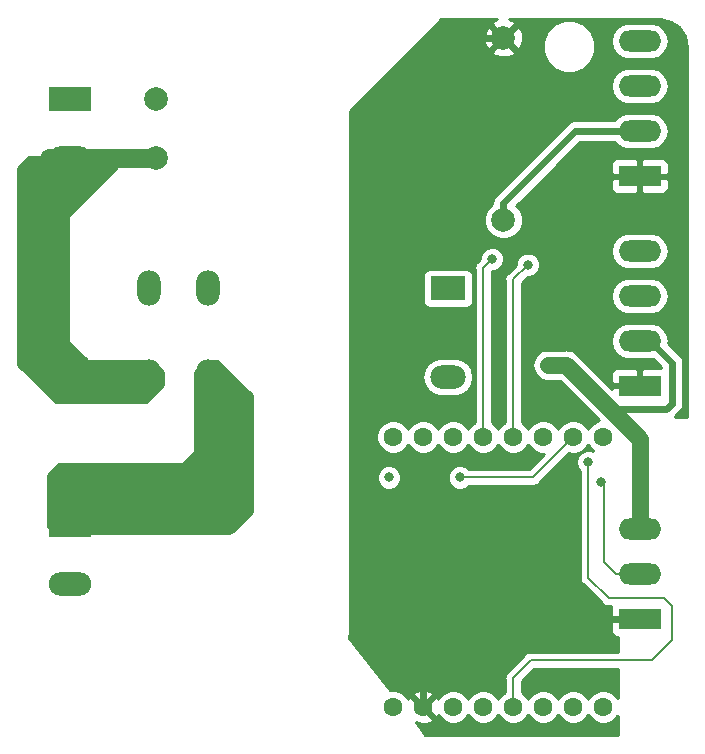
<source format=gbl>
G04 #@! TF.GenerationSoftware,KiCad,Pcbnew,5.0-dev-unknown-9241a39~61~ubuntu17.10.1*
G04 #@! TF.CreationDate,2018-04-12T19:06:24+02:00*
G04 #@! TF.ProjectId,power_monitor,706F7765725F6D6F6E69746F722E6B69,rev?*
G04 #@! TF.SameCoordinates,Original*
G04 #@! TF.FileFunction,Copper,L2,Bot,Signal*
G04 #@! TF.FilePolarity,Positive*
%FSLAX46Y46*%
G04 Gerber Fmt 4.6, Leading zero omitted, Abs format (unit mm)*
G04 Created by KiCad (PCBNEW 5.0-dev-unknown-9241a39~61~ubuntu17.10.1) date Thu Apr 12 19:06:24 2018*
%MOMM*%
%LPD*%
G01*
G04 APERTURE LIST*
%ADD10C,2.000000*%
%ADD11R,3.000000X2.000000*%
%ADD12O,3.000000X2.000000*%
%ADD13O,2.000000X3.000000*%
%ADD14C,1.600000*%
%ADD15R,3.600000X1.800000*%
%ADD16O,3.600000X1.800000*%
%ADD17R,3.600000X2.000000*%
%ADD18O,3.600000X2.000000*%
%ADD19C,0.800000*%
%ADD20C,1.400000*%
%ADD21C,0.600000*%
%ADD22C,0.200000*%
%ADD23C,1.600000*%
%ADD24C,0.254000*%
G04 APERTURE END LIST*
D10*
X56300000Y-43500000D03*
X56300000Y-48500000D03*
X85700000Y-38300000D03*
X85700000Y-53700000D03*
D11*
X81000000Y-59500000D03*
D12*
X81000000Y-67000000D03*
D13*
X60700000Y-59500000D03*
X55660000Y-67000000D03*
X60700000Y-67000000D03*
X55660000Y-59500000D03*
D14*
X94140000Y-94930000D03*
X91600000Y-94930000D03*
X89060000Y-94930000D03*
X86520000Y-94930000D03*
X83980000Y-94930000D03*
X81440000Y-94930000D03*
X78900000Y-94930000D03*
X76360000Y-94930000D03*
X76360000Y-72070000D03*
X78900000Y-72070000D03*
X81440000Y-72070000D03*
X83980000Y-72070000D03*
X86520000Y-72070000D03*
X89060000Y-72070000D03*
X91600000Y-72070000D03*
X94140000Y-72070000D03*
D15*
X97250000Y-67750000D03*
D16*
X97250000Y-63940000D03*
X97250000Y-60130000D03*
X97250000Y-56320000D03*
X97250000Y-38570000D03*
X97250000Y-42380000D03*
X97250000Y-46190000D03*
D15*
X97250000Y-50000000D03*
X97250000Y-87500000D03*
D16*
X97250000Y-83690000D03*
X97250000Y-79880000D03*
D17*
X49000000Y-43500000D03*
D18*
X49000000Y-48500000D03*
X49000000Y-84500000D03*
D17*
X49000000Y-79500000D03*
D19*
X89500000Y-66000000D03*
X91000000Y-74900000D03*
X88800000Y-78100000D03*
X92900000Y-92700000D03*
X87750000Y-93250000D03*
X74750000Y-82500000D03*
X78250000Y-77000000D03*
X94250000Y-55500000D03*
X79000000Y-92500000D03*
X82750000Y-92500000D03*
X82000000Y-75500000D03*
X92900000Y-74200000D03*
X84750000Y-57000000D03*
X87750000Y-57500000D03*
X94000000Y-75900000D03*
X76000000Y-75500000D03*
D20*
X89500000Y-66000000D02*
X91000000Y-66000000D01*
X91000000Y-66000000D02*
X91400000Y-66400000D01*
X91400000Y-66400000D02*
X97250000Y-72250000D01*
X97250000Y-72250000D02*
X97250000Y-79880000D01*
D21*
X94750000Y-69750000D02*
X91400000Y-66400000D01*
X85700000Y-53700000D02*
X85700000Y-52285787D01*
X85700000Y-52285787D02*
X91795787Y-46190000D01*
X91795787Y-46190000D02*
X94850000Y-46190000D01*
X94850000Y-46190000D02*
X97250000Y-46190000D01*
X93000000Y-68000000D02*
X94750000Y-69750000D01*
X100000000Y-69250000D02*
X100000000Y-65790000D01*
X100000000Y-65790000D02*
X98150000Y-63940000D01*
X98150000Y-63940000D02*
X97250000Y-63940000D01*
X99500000Y-69750000D02*
X100000000Y-69250000D01*
X94750000Y-69750000D02*
X99500000Y-69750000D01*
X73750000Y-77000000D02*
X73750000Y-64750000D01*
X73750000Y-82500000D02*
X73750000Y-84750000D01*
X73750000Y-77000000D02*
X73750000Y-82500000D01*
X74750000Y-82500000D02*
X73750000Y-82500000D01*
X73750000Y-84750000D02*
X75500000Y-86500000D01*
D22*
X78250000Y-77000000D02*
X73750000Y-77000000D01*
D21*
X78900000Y-89900000D02*
X75500000Y-86500000D01*
X97250000Y-87500000D02*
X76500000Y-87500000D01*
X76500000Y-87500000D02*
X75500000Y-86500000D01*
X97250000Y-87500000D02*
X91000000Y-87500000D01*
X73750000Y-55750000D02*
X73750000Y-64750000D01*
X73750000Y-50700000D02*
X73750000Y-55750000D01*
X94250000Y-55500000D02*
X74000000Y-55500000D01*
X74000000Y-55500000D02*
X73750000Y-55750000D01*
X73750000Y-46500000D02*
X73750000Y-50700000D01*
X85700000Y-38300000D02*
X81950000Y-38300000D01*
X81950000Y-38300000D02*
X73750000Y-46500000D01*
X78900000Y-94930000D02*
X78900000Y-89900000D01*
D23*
X49750000Y-67000000D02*
X47250000Y-64500000D01*
X47250000Y-64500000D02*
X47250000Y-61190000D01*
X55660000Y-67000000D02*
X49750000Y-67000000D01*
X47250000Y-48500000D02*
X47250000Y-61190000D01*
X49500000Y-48500000D02*
X56300000Y-48500000D01*
X47250000Y-48500000D02*
X49500000Y-48500000D01*
X55660000Y-67000000D02*
X53060000Y-67000000D01*
X62400000Y-79500000D02*
X63300000Y-78600000D01*
X62000000Y-79500000D02*
X62400000Y-79500000D01*
X48000000Y-79500000D02*
X62000000Y-79500000D01*
D22*
X88170000Y-75500000D02*
X82000000Y-75500000D01*
X91600000Y-72070000D02*
X88170000Y-75500000D01*
X100000000Y-89250000D02*
X98250000Y-91000000D01*
X100000000Y-86400000D02*
X100000000Y-89250000D01*
X99300000Y-85700000D02*
X100000000Y-86400000D01*
X94600000Y-85700000D02*
X99300000Y-85700000D01*
X92900000Y-84000000D02*
X94600000Y-85700000D01*
X92900000Y-74200000D02*
X92900000Y-84000000D01*
X88000000Y-91000000D02*
X86520000Y-92480000D01*
X98250000Y-91000000D02*
X88000000Y-91000000D01*
X86520000Y-92480000D02*
X86520000Y-94930000D01*
X83980000Y-61000000D02*
X83980000Y-60770000D01*
X83980000Y-72070000D02*
X83980000Y-61000000D01*
X83980000Y-61000000D02*
X83980000Y-57770000D01*
X83980000Y-57770000D02*
X84750000Y-57000000D01*
X86520000Y-58730000D02*
X87750000Y-57500000D01*
X86520000Y-59730000D02*
X86520000Y-58730000D01*
X86520000Y-72070000D02*
X86520000Y-59730000D01*
X94200000Y-82640000D02*
X94200000Y-76100000D01*
X94200000Y-76100000D02*
X94000000Y-75900000D01*
X97250000Y-83690000D02*
X95250000Y-83690000D01*
X95250000Y-83690000D02*
X94200000Y-82640000D01*
D24*
G36*
X64373000Y-68552606D02*
X64373000Y-78447394D01*
X62887676Y-79932718D01*
X62622058Y-79822696D01*
X62239375Y-79746576D01*
X62239371Y-79746576D01*
X62120847Y-79723000D01*
X47127000Y-79723000D01*
X47127000Y-75302606D01*
X48052606Y-74377000D01*
X58500000Y-74377000D01*
X58548601Y-74367333D01*
X58589803Y-74339803D01*
X59589803Y-73339803D01*
X59617333Y-73298601D01*
X59627000Y-73250000D01*
X59627000Y-66552606D01*
X60552606Y-65627000D01*
X61447394Y-65627000D01*
X64373000Y-68552606D01*
X64373000Y-68552606D01*
G37*
X64373000Y-68552606D02*
X64373000Y-78447394D01*
X62887676Y-79932718D01*
X62622058Y-79822696D01*
X62239375Y-79746576D01*
X62239371Y-79746576D01*
X62120847Y-79723000D01*
X47127000Y-79723000D01*
X47127000Y-75302606D01*
X48052606Y-74377000D01*
X58500000Y-74377000D01*
X58548601Y-74367333D01*
X58589803Y-74339803D01*
X59589803Y-73339803D01*
X59617333Y-73298601D01*
X59627000Y-73250000D01*
X59627000Y-66552606D01*
X60552606Y-65627000D01*
X61447394Y-65627000D01*
X64373000Y-68552606D01*
G36*
X52973000Y-49247394D02*
X48910197Y-53310197D01*
X48882667Y-53351399D01*
X48873000Y-53400000D01*
X48873000Y-64000000D01*
X48882667Y-64048601D01*
X48910197Y-64089803D01*
X50410197Y-65589803D01*
X50451399Y-65617333D01*
X50500000Y-65627000D01*
X55947394Y-65627000D01*
X56873000Y-66552606D01*
X56873000Y-67697394D01*
X55447394Y-69123000D01*
X47802606Y-69123000D01*
X44627000Y-65947394D01*
X44627000Y-49302606D01*
X45552952Y-48376654D01*
X52973000Y-48327838D01*
X52973000Y-49247394D01*
X52973000Y-49247394D01*
G37*
X52973000Y-49247394D02*
X48910197Y-53310197D01*
X48882667Y-53351399D01*
X48873000Y-53400000D01*
X48873000Y-64000000D01*
X48882667Y-64048601D01*
X48910197Y-64089803D01*
X50410197Y-65589803D01*
X50451399Y-65617333D01*
X50500000Y-65627000D01*
X55947394Y-65627000D01*
X56873000Y-66552606D01*
X56873000Y-67697394D01*
X55447394Y-69123000D01*
X47802606Y-69123000D01*
X44627000Y-65947394D01*
X44627000Y-49302606D01*
X45552952Y-48376654D01*
X52973000Y-48327838D01*
X52973000Y-49247394D01*
G36*
X84825736Y-36880613D02*
X84727073Y-37147468D01*
X85700000Y-38120395D01*
X86672927Y-37147468D01*
X86574264Y-36880613D01*
X86160785Y-36727000D01*
X98928397Y-36727000D01*
X99864389Y-36913180D01*
X100597182Y-37402818D01*
X101086820Y-38135611D01*
X101273000Y-39071604D01*
X101273001Y-70373000D01*
X100198618Y-70373000D01*
X100220051Y-70340924D01*
X100590925Y-69970050D01*
X100668330Y-69918330D01*
X100873215Y-69611697D01*
X100927000Y-69341302D01*
X100927000Y-69341301D01*
X100945161Y-69250000D01*
X100927000Y-69158699D01*
X100927000Y-65881300D01*
X100945161Y-65789999D01*
X100923271Y-65679952D01*
X100873215Y-65428303D01*
X100668330Y-65121670D01*
X100590927Y-65069951D01*
X99666111Y-64145136D01*
X99706915Y-63940000D01*
X99588402Y-63344194D01*
X99250905Y-62839095D01*
X98745806Y-62501598D01*
X98300393Y-62413000D01*
X96199607Y-62413000D01*
X95754194Y-62501598D01*
X95249095Y-62839095D01*
X94911598Y-63344194D01*
X94793085Y-63940000D01*
X94911598Y-64535806D01*
X95249095Y-65040905D01*
X95754194Y-65378402D01*
X96199607Y-65467000D01*
X98300393Y-65467000D01*
X98355136Y-65456111D01*
X99073001Y-66173977D01*
X99073001Y-66215000D01*
X97535750Y-66215000D01*
X97377000Y-66373750D01*
X97377000Y-67623000D01*
X97397000Y-67623000D01*
X97397000Y-67877000D01*
X97377000Y-67877000D01*
X97377000Y-67897000D01*
X97123000Y-67897000D01*
X97123000Y-67877000D01*
X94973750Y-67877000D01*
X94863705Y-67987045D01*
X93600351Y-66723691D01*
X94815000Y-66723691D01*
X94815000Y-67464250D01*
X94973750Y-67623000D01*
X97123000Y-67623000D01*
X97123000Y-66373750D01*
X96964250Y-66215000D01*
X95323690Y-66215000D01*
X95090301Y-66311673D01*
X94911673Y-66490302D01*
X94815000Y-66723691D01*
X93600351Y-66723691D01*
X92030748Y-65154088D01*
X91956713Y-65043287D01*
X91517770Y-64749994D01*
X91130696Y-64673000D01*
X91130692Y-64673000D01*
X91000000Y-64647004D01*
X90869308Y-64673000D01*
X89369304Y-64673000D01*
X88982230Y-64749994D01*
X88543287Y-65043287D01*
X88249994Y-65482230D01*
X88147003Y-66000000D01*
X88249994Y-66517770D01*
X88543287Y-66956713D01*
X88982230Y-67250006D01*
X89369304Y-67327000D01*
X90450340Y-67327000D01*
X93792645Y-70669305D01*
X93331669Y-70860247D01*
X92930247Y-71261669D01*
X92870000Y-71407119D01*
X92809753Y-71261669D01*
X92408331Y-70860247D01*
X91883848Y-70643000D01*
X91316152Y-70643000D01*
X90791669Y-70860247D01*
X90390247Y-71261669D01*
X90330000Y-71407119D01*
X90269753Y-71261669D01*
X89868331Y-70860247D01*
X89343848Y-70643000D01*
X88776152Y-70643000D01*
X88251669Y-70860247D01*
X87850247Y-71261669D01*
X87790000Y-71407119D01*
X87729753Y-71261669D01*
X87328331Y-70860247D01*
X87247000Y-70826559D01*
X87247000Y-60130000D01*
X94793085Y-60130000D01*
X94911598Y-60725806D01*
X95249095Y-61230905D01*
X95754194Y-61568402D01*
X96199607Y-61657000D01*
X98300393Y-61657000D01*
X98745806Y-61568402D01*
X99250905Y-61230905D01*
X99588402Y-60725806D01*
X99706915Y-60130000D01*
X99588402Y-59534194D01*
X99250905Y-59029095D01*
X98745806Y-58691598D01*
X98300393Y-58603000D01*
X96199607Y-58603000D01*
X95754194Y-58691598D01*
X95249095Y-59029095D01*
X94911598Y-59534194D01*
X94793085Y-60130000D01*
X87247000Y-60130000D01*
X87247000Y-59031132D01*
X87751133Y-58527000D01*
X87954283Y-58527000D01*
X88331749Y-58370648D01*
X88620648Y-58081749D01*
X88777000Y-57704283D01*
X88777000Y-57295717D01*
X88620648Y-56918251D01*
X88331749Y-56629352D01*
X87954283Y-56473000D01*
X87545717Y-56473000D01*
X87168251Y-56629352D01*
X86879352Y-56918251D01*
X86723000Y-57295717D01*
X86723000Y-57498867D01*
X86056562Y-58165306D01*
X85995864Y-58205863D01*
X85955307Y-58266561D01*
X85955306Y-58266562D01*
X85835182Y-58446340D01*
X85778759Y-58730000D01*
X85793001Y-58801599D01*
X85793000Y-59801598D01*
X85793001Y-59801603D01*
X85793000Y-70826559D01*
X85711669Y-70860247D01*
X85310247Y-71261669D01*
X85250000Y-71407119D01*
X85189753Y-71261669D01*
X84788331Y-70860247D01*
X84707000Y-70826559D01*
X84707000Y-58071132D01*
X84751132Y-58027000D01*
X84954283Y-58027000D01*
X85331749Y-57870648D01*
X85620648Y-57581749D01*
X85777000Y-57204283D01*
X85777000Y-56795717D01*
X85620648Y-56418251D01*
X85522397Y-56320000D01*
X94793085Y-56320000D01*
X94911598Y-56915806D01*
X95249095Y-57420905D01*
X95754194Y-57758402D01*
X96199607Y-57847000D01*
X98300393Y-57847000D01*
X98745806Y-57758402D01*
X99250905Y-57420905D01*
X99588402Y-56915806D01*
X99706915Y-56320000D01*
X99588402Y-55724194D01*
X99250905Y-55219095D01*
X98745806Y-54881598D01*
X98300393Y-54793000D01*
X96199607Y-54793000D01*
X95754194Y-54881598D01*
X95249095Y-55219095D01*
X94911598Y-55724194D01*
X94793085Y-56320000D01*
X85522397Y-56320000D01*
X85331749Y-56129352D01*
X84954283Y-55973000D01*
X84545717Y-55973000D01*
X84168251Y-56129352D01*
X83879352Y-56418251D01*
X83723000Y-56795717D01*
X83723000Y-56998868D01*
X83516562Y-57205306D01*
X83455864Y-57245863D01*
X83415307Y-57306561D01*
X83415306Y-57306562D01*
X83295182Y-57486340D01*
X83238759Y-57770000D01*
X83253001Y-57841600D01*
X83253000Y-60698400D01*
X83253000Y-61071598D01*
X83253001Y-61071603D01*
X83253000Y-70826559D01*
X83171669Y-70860247D01*
X82770247Y-71261669D01*
X82710000Y-71407119D01*
X82649753Y-71261669D01*
X82248331Y-70860247D01*
X81723848Y-70643000D01*
X81156152Y-70643000D01*
X80631669Y-70860247D01*
X80230247Y-71261669D01*
X80170000Y-71407119D01*
X80109753Y-71261669D01*
X79708331Y-70860247D01*
X79183848Y-70643000D01*
X78616152Y-70643000D01*
X78091669Y-70860247D01*
X77690247Y-71261669D01*
X77630000Y-71407119D01*
X77569753Y-71261669D01*
X77168331Y-70860247D01*
X76643848Y-70643000D01*
X76076152Y-70643000D01*
X75551669Y-70860247D01*
X75150247Y-71261669D01*
X74933000Y-71786152D01*
X74933000Y-72353848D01*
X75150247Y-72878331D01*
X75551669Y-73279753D01*
X76076152Y-73497000D01*
X76643848Y-73497000D01*
X77168331Y-73279753D01*
X77569753Y-72878331D01*
X77630000Y-72732881D01*
X77690247Y-72878331D01*
X78091669Y-73279753D01*
X78616152Y-73497000D01*
X79183848Y-73497000D01*
X79708331Y-73279753D01*
X80109753Y-72878331D01*
X80170000Y-72732881D01*
X80230247Y-72878331D01*
X80631669Y-73279753D01*
X81156152Y-73497000D01*
X81723848Y-73497000D01*
X82248331Y-73279753D01*
X82649753Y-72878331D01*
X82710000Y-72732881D01*
X82770247Y-72878331D01*
X83171669Y-73279753D01*
X83696152Y-73497000D01*
X84263848Y-73497000D01*
X84788331Y-73279753D01*
X85189753Y-72878331D01*
X85250000Y-72732881D01*
X85310247Y-72878331D01*
X85711669Y-73279753D01*
X86236152Y-73497000D01*
X86803848Y-73497000D01*
X87328331Y-73279753D01*
X87729753Y-72878331D01*
X87790000Y-72732881D01*
X87850247Y-72878331D01*
X88251669Y-73279753D01*
X88776152Y-73497000D01*
X89144867Y-73497000D01*
X87868868Y-74773000D01*
X82725397Y-74773000D01*
X82581749Y-74629352D01*
X82204283Y-74473000D01*
X81795717Y-74473000D01*
X81418251Y-74629352D01*
X81129352Y-74918251D01*
X80973000Y-75295717D01*
X80973000Y-75704283D01*
X81129352Y-76081749D01*
X81418251Y-76370648D01*
X81795717Y-76527000D01*
X82204283Y-76527000D01*
X82581749Y-76370648D01*
X82725397Y-76227000D01*
X88098405Y-76227000D01*
X88170000Y-76241241D01*
X88241595Y-76227000D01*
X88241599Y-76227000D01*
X88453661Y-76184818D01*
X88694137Y-76024137D01*
X88734696Y-75963436D01*
X91234822Y-73463312D01*
X91316152Y-73497000D01*
X91883848Y-73497000D01*
X92408331Y-73279753D01*
X92809753Y-72878331D01*
X92870000Y-72732881D01*
X92930247Y-72878331D01*
X93310217Y-73258301D01*
X93104283Y-73173000D01*
X92695717Y-73173000D01*
X92318251Y-73329352D01*
X92029352Y-73618251D01*
X91873000Y-73995717D01*
X91873000Y-74404283D01*
X92029352Y-74781749D01*
X92173000Y-74925397D01*
X92173001Y-83928400D01*
X92158759Y-84000000D01*
X92215182Y-84283660D01*
X92276092Y-84374818D01*
X92375864Y-84524137D01*
X92436562Y-84564694D01*
X94035306Y-86163438D01*
X94075863Y-86224137D01*
X94316339Y-86384818D01*
X94528401Y-86427000D01*
X94528404Y-86427000D01*
X94599999Y-86441241D01*
X94671594Y-86427000D01*
X94834340Y-86427000D01*
X94815000Y-86473691D01*
X94815000Y-87214250D01*
X94973750Y-87373000D01*
X95373000Y-87373000D01*
X95373000Y-87627000D01*
X94973750Y-87627000D01*
X94815000Y-87785750D01*
X94815000Y-88526309D01*
X94911673Y-88759698D01*
X95090301Y-88938327D01*
X95323690Y-89035000D01*
X95373000Y-89035000D01*
X95373000Y-90273000D01*
X88071594Y-90273000D01*
X87999999Y-90258759D01*
X87928404Y-90273000D01*
X87928401Y-90273000D01*
X87716339Y-90315182D01*
X87475863Y-90475863D01*
X87435305Y-90536562D01*
X86056562Y-91915306D01*
X85995863Y-91955864D01*
X85835182Y-92196340D01*
X85793000Y-92408402D01*
X85793000Y-92408405D01*
X85778759Y-92480000D01*
X85793000Y-92551595D01*
X85793000Y-93686559D01*
X85711669Y-93720247D01*
X85310247Y-94121669D01*
X85250000Y-94267119D01*
X85189753Y-94121669D01*
X84788331Y-93720247D01*
X84263848Y-93503000D01*
X83696152Y-93503000D01*
X83171669Y-93720247D01*
X82770247Y-94121669D01*
X82710000Y-94267119D01*
X82649753Y-94121669D01*
X82248331Y-93720247D01*
X81723848Y-93503000D01*
X81156152Y-93503000D01*
X80631669Y-93720247D01*
X80230247Y-94121669D01*
X80180804Y-94241035D01*
X80153864Y-94175995D01*
X79907745Y-94101861D01*
X79079605Y-94930000D01*
X79907745Y-95758139D01*
X80153864Y-95684005D01*
X80178897Y-95614361D01*
X80230247Y-95738331D01*
X80631669Y-96139753D01*
X81156152Y-96357000D01*
X81723848Y-96357000D01*
X82248331Y-96139753D01*
X82649753Y-95738331D01*
X82710000Y-95592881D01*
X82770247Y-95738331D01*
X83171669Y-96139753D01*
X83696152Y-96357000D01*
X84263848Y-96357000D01*
X84788331Y-96139753D01*
X85189753Y-95738331D01*
X85250000Y-95592881D01*
X85310247Y-95738331D01*
X85711669Y-96139753D01*
X86236152Y-96357000D01*
X86803848Y-96357000D01*
X87328331Y-96139753D01*
X87729753Y-95738331D01*
X87790000Y-95592881D01*
X87850247Y-95738331D01*
X88251669Y-96139753D01*
X88776152Y-96357000D01*
X89343848Y-96357000D01*
X89868331Y-96139753D01*
X90269753Y-95738331D01*
X90330000Y-95592881D01*
X90390247Y-95738331D01*
X90791669Y-96139753D01*
X91316152Y-96357000D01*
X91883848Y-96357000D01*
X92408331Y-96139753D01*
X92809753Y-95738331D01*
X92870000Y-95592881D01*
X92930247Y-95738331D01*
X93331669Y-96139753D01*
X93856152Y-96357000D01*
X94423848Y-96357000D01*
X94948331Y-96139753D01*
X95349753Y-95738331D01*
X95373000Y-95682208D01*
X95373000Y-97273000D01*
X79087860Y-97273000D01*
X78260512Y-96225026D01*
X78683223Y-96376965D01*
X79253454Y-96349778D01*
X79654005Y-96183864D01*
X79728139Y-95937745D01*
X78900000Y-95109605D01*
X78885858Y-95123748D01*
X78706252Y-94944142D01*
X78720395Y-94930000D01*
X77892255Y-94101861D01*
X77646136Y-94175995D01*
X77621103Y-94245639D01*
X77569753Y-94121669D01*
X77370339Y-93922255D01*
X78071861Y-93922255D01*
X78900000Y-94750395D01*
X79728139Y-93922255D01*
X79654005Y-93676136D01*
X79116777Y-93483035D01*
X78546546Y-93510222D01*
X78145995Y-93676136D01*
X78071861Y-93922255D01*
X77370339Y-93922255D01*
X77168331Y-93720247D01*
X76643848Y-93503000D01*
X76111544Y-93503000D01*
X72615915Y-89075202D01*
X72636911Y-89024513D01*
X72713031Y-88641830D01*
X72713031Y-88641825D01*
X72727000Y-88571599D01*
X72727000Y-75295717D01*
X74973000Y-75295717D01*
X74973000Y-75704283D01*
X75129352Y-76081749D01*
X75418251Y-76370648D01*
X75795717Y-76527000D01*
X76204283Y-76527000D01*
X76581749Y-76370648D01*
X76870648Y-76081749D01*
X77027000Y-75704283D01*
X77027000Y-75295717D01*
X76870648Y-74918251D01*
X76581749Y-74629352D01*
X76204283Y-74473000D01*
X75795717Y-74473000D01*
X75418251Y-74629352D01*
X75129352Y-74918251D01*
X74973000Y-75295717D01*
X72727000Y-75295717D01*
X72727000Y-67000000D01*
X78841126Y-67000000D01*
X78967400Y-67634824D01*
X79326999Y-68173001D01*
X79865176Y-68532600D01*
X80339758Y-68627000D01*
X81660242Y-68627000D01*
X82134824Y-68532600D01*
X82673001Y-68173001D01*
X83032600Y-67634824D01*
X83158874Y-67000000D01*
X83032600Y-66365176D01*
X82673001Y-65826999D01*
X82134824Y-65467400D01*
X81660242Y-65373000D01*
X80339758Y-65373000D01*
X79865176Y-65467400D01*
X79326999Y-65826999D01*
X78967400Y-66365176D01*
X78841126Y-67000000D01*
X72727000Y-67000000D01*
X72727000Y-58500000D01*
X78860717Y-58500000D01*
X78860717Y-60500000D01*
X78909380Y-60744643D01*
X79047959Y-60952041D01*
X79255357Y-61090620D01*
X79500000Y-61139283D01*
X82500000Y-61139283D01*
X82744643Y-61090620D01*
X82952041Y-60952041D01*
X83090620Y-60744643D01*
X83139283Y-60500000D01*
X83139283Y-58500000D01*
X83090620Y-58255357D01*
X82952041Y-58047959D01*
X82744643Y-57909380D01*
X82500000Y-57860717D01*
X79500000Y-57860717D01*
X79255357Y-57909380D01*
X79047959Y-58047959D01*
X78909380Y-58255357D01*
X78860717Y-58500000D01*
X72727000Y-58500000D01*
X72727000Y-53376370D01*
X84073000Y-53376370D01*
X84073000Y-54023630D01*
X84320696Y-54621622D01*
X84778378Y-55079304D01*
X85376370Y-55327000D01*
X86023630Y-55327000D01*
X86621622Y-55079304D01*
X87079304Y-54621622D01*
X87327000Y-54023630D01*
X87327000Y-53376370D01*
X87079304Y-52778378D01*
X86798844Y-52497918D01*
X89011012Y-50285750D01*
X94815000Y-50285750D01*
X94815000Y-51026309D01*
X94911673Y-51259698D01*
X95090301Y-51438327D01*
X95323690Y-51535000D01*
X96964250Y-51535000D01*
X97123000Y-51376250D01*
X97123000Y-50127000D01*
X97377000Y-50127000D01*
X97377000Y-51376250D01*
X97535750Y-51535000D01*
X99176310Y-51535000D01*
X99409699Y-51438327D01*
X99588327Y-51259698D01*
X99685000Y-51026309D01*
X99685000Y-50285750D01*
X99526250Y-50127000D01*
X97377000Y-50127000D01*
X97123000Y-50127000D01*
X94973750Y-50127000D01*
X94815000Y-50285750D01*
X89011012Y-50285750D01*
X90323071Y-48973691D01*
X94815000Y-48973691D01*
X94815000Y-49714250D01*
X94973750Y-49873000D01*
X97123000Y-49873000D01*
X97123000Y-48623750D01*
X97377000Y-48623750D01*
X97377000Y-49873000D01*
X99526250Y-49873000D01*
X99685000Y-49714250D01*
X99685000Y-48973691D01*
X99588327Y-48740302D01*
X99409699Y-48561673D01*
X99176310Y-48465000D01*
X97535750Y-48465000D01*
X97377000Y-48623750D01*
X97123000Y-48623750D01*
X96964250Y-48465000D01*
X95323690Y-48465000D01*
X95090301Y-48561673D01*
X94911673Y-48740302D01*
X94815000Y-48973691D01*
X90323071Y-48973691D01*
X92179763Y-47117000D01*
X95132895Y-47117000D01*
X95249095Y-47290905D01*
X95754194Y-47628402D01*
X96199607Y-47717000D01*
X98300393Y-47717000D01*
X98745806Y-47628402D01*
X99250905Y-47290905D01*
X99588402Y-46785806D01*
X99706915Y-46190000D01*
X99588402Y-45594194D01*
X99250905Y-45089095D01*
X98745806Y-44751598D01*
X98300393Y-44663000D01*
X96199607Y-44663000D01*
X95754194Y-44751598D01*
X95249095Y-45089095D01*
X95132895Y-45263000D01*
X91887088Y-45263000D01*
X91795787Y-45244839D01*
X91704486Y-45263000D01*
X91704485Y-45263000D01*
X91434090Y-45316785D01*
X91127457Y-45521670D01*
X91075738Y-45599073D01*
X85109074Y-51565738D01*
X85031671Y-51617457D01*
X84979952Y-51694860D01*
X84826786Y-51924090D01*
X84754839Y-52285787D01*
X84764536Y-52334538D01*
X84320696Y-52778378D01*
X84073000Y-53376370D01*
X72727000Y-53376370D01*
X72727000Y-44452606D01*
X74799606Y-42380000D01*
X94793085Y-42380000D01*
X94911598Y-42975806D01*
X95249095Y-43480905D01*
X95754194Y-43818402D01*
X96199607Y-43907000D01*
X98300393Y-43907000D01*
X98745806Y-43818402D01*
X99250905Y-43480905D01*
X99588402Y-42975806D01*
X99706915Y-42380000D01*
X99588402Y-41784194D01*
X99250905Y-41279095D01*
X98745806Y-40941598D01*
X98300393Y-40853000D01*
X96199607Y-40853000D01*
X95754194Y-40941598D01*
X95249095Y-41279095D01*
X94911598Y-41784194D01*
X94793085Y-42380000D01*
X74799606Y-42380000D01*
X77727074Y-39452532D01*
X84727073Y-39452532D01*
X84825736Y-39719387D01*
X85435461Y-39945908D01*
X86085460Y-39921856D01*
X86574264Y-39719387D01*
X86672927Y-39452532D01*
X85700000Y-38479605D01*
X84727073Y-39452532D01*
X77727074Y-39452532D01*
X79144145Y-38035461D01*
X84054092Y-38035461D01*
X84078144Y-38685460D01*
X84280613Y-39174264D01*
X84547468Y-39272927D01*
X85520395Y-38300000D01*
X85879605Y-38300000D01*
X86852532Y-39272927D01*
X87119387Y-39174264D01*
X87345908Y-38564539D01*
X87345630Y-38557022D01*
X89023000Y-38557022D01*
X89023000Y-39442978D01*
X89362040Y-40261494D01*
X89988506Y-40887960D01*
X90807022Y-41227000D01*
X91692978Y-41227000D01*
X92511494Y-40887960D01*
X93137960Y-40261494D01*
X93477000Y-39442978D01*
X93477000Y-38570000D01*
X94793085Y-38570000D01*
X94911598Y-39165806D01*
X95249095Y-39670905D01*
X95754194Y-40008402D01*
X96199607Y-40097000D01*
X98300393Y-40097000D01*
X98745806Y-40008402D01*
X99250905Y-39670905D01*
X99588402Y-39165806D01*
X99706915Y-38570000D01*
X99588402Y-37974194D01*
X99250905Y-37469095D01*
X98745806Y-37131598D01*
X98300393Y-37043000D01*
X96199607Y-37043000D01*
X95754194Y-37131598D01*
X95249095Y-37469095D01*
X94911598Y-37974194D01*
X94793085Y-38570000D01*
X93477000Y-38570000D01*
X93477000Y-38557022D01*
X93137960Y-37738506D01*
X92511494Y-37112040D01*
X91692978Y-36773000D01*
X90807022Y-36773000D01*
X89988506Y-37112040D01*
X89362040Y-37738506D01*
X89023000Y-38557022D01*
X87345630Y-38557022D01*
X87321856Y-37914540D01*
X87119387Y-37425736D01*
X86852532Y-37327073D01*
X85879605Y-38300000D01*
X85520395Y-38300000D01*
X84547468Y-37327073D01*
X84280613Y-37425736D01*
X84054092Y-38035461D01*
X79144145Y-38035461D01*
X80452606Y-36727000D01*
X85196591Y-36727000D01*
X84825736Y-36880613D01*
X84825736Y-36880613D01*
G37*
X84825736Y-36880613D02*
X84727073Y-37147468D01*
X85700000Y-38120395D01*
X86672927Y-37147468D01*
X86574264Y-36880613D01*
X86160785Y-36727000D01*
X98928397Y-36727000D01*
X99864389Y-36913180D01*
X100597182Y-37402818D01*
X101086820Y-38135611D01*
X101273000Y-39071604D01*
X101273001Y-70373000D01*
X100198618Y-70373000D01*
X100220051Y-70340924D01*
X100590925Y-69970050D01*
X100668330Y-69918330D01*
X100873215Y-69611697D01*
X100927000Y-69341302D01*
X100927000Y-69341301D01*
X100945161Y-69250000D01*
X100927000Y-69158699D01*
X100927000Y-65881300D01*
X100945161Y-65789999D01*
X100923271Y-65679952D01*
X100873215Y-65428303D01*
X100668330Y-65121670D01*
X100590927Y-65069951D01*
X99666111Y-64145136D01*
X99706915Y-63940000D01*
X99588402Y-63344194D01*
X99250905Y-62839095D01*
X98745806Y-62501598D01*
X98300393Y-62413000D01*
X96199607Y-62413000D01*
X95754194Y-62501598D01*
X95249095Y-62839095D01*
X94911598Y-63344194D01*
X94793085Y-63940000D01*
X94911598Y-64535806D01*
X95249095Y-65040905D01*
X95754194Y-65378402D01*
X96199607Y-65467000D01*
X98300393Y-65467000D01*
X98355136Y-65456111D01*
X99073001Y-66173977D01*
X99073001Y-66215000D01*
X97535750Y-66215000D01*
X97377000Y-66373750D01*
X97377000Y-67623000D01*
X97397000Y-67623000D01*
X97397000Y-67877000D01*
X97377000Y-67877000D01*
X97377000Y-67897000D01*
X97123000Y-67897000D01*
X97123000Y-67877000D01*
X94973750Y-67877000D01*
X94863705Y-67987045D01*
X93600351Y-66723691D01*
X94815000Y-66723691D01*
X94815000Y-67464250D01*
X94973750Y-67623000D01*
X97123000Y-67623000D01*
X97123000Y-66373750D01*
X96964250Y-66215000D01*
X95323690Y-66215000D01*
X95090301Y-66311673D01*
X94911673Y-66490302D01*
X94815000Y-66723691D01*
X93600351Y-66723691D01*
X92030748Y-65154088D01*
X91956713Y-65043287D01*
X91517770Y-64749994D01*
X91130696Y-64673000D01*
X91130692Y-64673000D01*
X91000000Y-64647004D01*
X90869308Y-64673000D01*
X89369304Y-64673000D01*
X88982230Y-64749994D01*
X88543287Y-65043287D01*
X88249994Y-65482230D01*
X88147003Y-66000000D01*
X88249994Y-66517770D01*
X88543287Y-66956713D01*
X88982230Y-67250006D01*
X89369304Y-67327000D01*
X90450340Y-67327000D01*
X93792645Y-70669305D01*
X93331669Y-70860247D01*
X92930247Y-71261669D01*
X92870000Y-71407119D01*
X92809753Y-71261669D01*
X92408331Y-70860247D01*
X91883848Y-70643000D01*
X91316152Y-70643000D01*
X90791669Y-70860247D01*
X90390247Y-71261669D01*
X90330000Y-71407119D01*
X90269753Y-71261669D01*
X89868331Y-70860247D01*
X89343848Y-70643000D01*
X88776152Y-70643000D01*
X88251669Y-70860247D01*
X87850247Y-71261669D01*
X87790000Y-71407119D01*
X87729753Y-71261669D01*
X87328331Y-70860247D01*
X87247000Y-70826559D01*
X87247000Y-60130000D01*
X94793085Y-60130000D01*
X94911598Y-60725806D01*
X95249095Y-61230905D01*
X95754194Y-61568402D01*
X96199607Y-61657000D01*
X98300393Y-61657000D01*
X98745806Y-61568402D01*
X99250905Y-61230905D01*
X99588402Y-60725806D01*
X99706915Y-60130000D01*
X99588402Y-59534194D01*
X99250905Y-59029095D01*
X98745806Y-58691598D01*
X98300393Y-58603000D01*
X96199607Y-58603000D01*
X95754194Y-58691598D01*
X95249095Y-59029095D01*
X94911598Y-59534194D01*
X94793085Y-60130000D01*
X87247000Y-60130000D01*
X87247000Y-59031132D01*
X87751133Y-58527000D01*
X87954283Y-58527000D01*
X88331749Y-58370648D01*
X88620648Y-58081749D01*
X88777000Y-57704283D01*
X88777000Y-57295717D01*
X88620648Y-56918251D01*
X88331749Y-56629352D01*
X87954283Y-56473000D01*
X87545717Y-56473000D01*
X87168251Y-56629352D01*
X86879352Y-56918251D01*
X86723000Y-57295717D01*
X86723000Y-57498867D01*
X86056562Y-58165306D01*
X85995864Y-58205863D01*
X85955307Y-58266561D01*
X85955306Y-58266562D01*
X85835182Y-58446340D01*
X85778759Y-58730000D01*
X85793001Y-58801599D01*
X85793000Y-59801598D01*
X85793001Y-59801603D01*
X85793000Y-70826559D01*
X85711669Y-70860247D01*
X85310247Y-71261669D01*
X85250000Y-71407119D01*
X85189753Y-71261669D01*
X84788331Y-70860247D01*
X84707000Y-70826559D01*
X84707000Y-58071132D01*
X84751132Y-58027000D01*
X84954283Y-58027000D01*
X85331749Y-57870648D01*
X85620648Y-57581749D01*
X85777000Y-57204283D01*
X85777000Y-56795717D01*
X85620648Y-56418251D01*
X85522397Y-56320000D01*
X94793085Y-56320000D01*
X94911598Y-56915806D01*
X95249095Y-57420905D01*
X95754194Y-57758402D01*
X96199607Y-57847000D01*
X98300393Y-57847000D01*
X98745806Y-57758402D01*
X99250905Y-57420905D01*
X99588402Y-56915806D01*
X99706915Y-56320000D01*
X99588402Y-55724194D01*
X99250905Y-55219095D01*
X98745806Y-54881598D01*
X98300393Y-54793000D01*
X96199607Y-54793000D01*
X95754194Y-54881598D01*
X95249095Y-55219095D01*
X94911598Y-55724194D01*
X94793085Y-56320000D01*
X85522397Y-56320000D01*
X85331749Y-56129352D01*
X84954283Y-55973000D01*
X84545717Y-55973000D01*
X84168251Y-56129352D01*
X83879352Y-56418251D01*
X83723000Y-56795717D01*
X83723000Y-56998868D01*
X83516562Y-57205306D01*
X83455864Y-57245863D01*
X83415307Y-57306561D01*
X83415306Y-57306562D01*
X83295182Y-57486340D01*
X83238759Y-57770000D01*
X83253001Y-57841600D01*
X83253000Y-60698400D01*
X83253000Y-61071598D01*
X83253001Y-61071603D01*
X83253000Y-70826559D01*
X83171669Y-70860247D01*
X82770247Y-71261669D01*
X82710000Y-71407119D01*
X82649753Y-71261669D01*
X82248331Y-70860247D01*
X81723848Y-70643000D01*
X81156152Y-70643000D01*
X80631669Y-70860247D01*
X80230247Y-71261669D01*
X80170000Y-71407119D01*
X80109753Y-71261669D01*
X79708331Y-70860247D01*
X79183848Y-70643000D01*
X78616152Y-70643000D01*
X78091669Y-70860247D01*
X77690247Y-71261669D01*
X77630000Y-71407119D01*
X77569753Y-71261669D01*
X77168331Y-70860247D01*
X76643848Y-70643000D01*
X76076152Y-70643000D01*
X75551669Y-70860247D01*
X75150247Y-71261669D01*
X74933000Y-71786152D01*
X74933000Y-72353848D01*
X75150247Y-72878331D01*
X75551669Y-73279753D01*
X76076152Y-73497000D01*
X76643848Y-73497000D01*
X77168331Y-73279753D01*
X77569753Y-72878331D01*
X77630000Y-72732881D01*
X77690247Y-72878331D01*
X78091669Y-73279753D01*
X78616152Y-73497000D01*
X79183848Y-73497000D01*
X79708331Y-73279753D01*
X80109753Y-72878331D01*
X80170000Y-72732881D01*
X80230247Y-72878331D01*
X80631669Y-73279753D01*
X81156152Y-73497000D01*
X81723848Y-73497000D01*
X82248331Y-73279753D01*
X82649753Y-72878331D01*
X82710000Y-72732881D01*
X82770247Y-72878331D01*
X83171669Y-73279753D01*
X83696152Y-73497000D01*
X84263848Y-73497000D01*
X84788331Y-73279753D01*
X85189753Y-72878331D01*
X85250000Y-72732881D01*
X85310247Y-72878331D01*
X85711669Y-73279753D01*
X86236152Y-73497000D01*
X86803848Y-73497000D01*
X87328331Y-73279753D01*
X87729753Y-72878331D01*
X87790000Y-72732881D01*
X87850247Y-72878331D01*
X88251669Y-73279753D01*
X88776152Y-73497000D01*
X89144867Y-73497000D01*
X87868868Y-74773000D01*
X82725397Y-74773000D01*
X82581749Y-74629352D01*
X82204283Y-74473000D01*
X81795717Y-74473000D01*
X81418251Y-74629352D01*
X81129352Y-74918251D01*
X80973000Y-75295717D01*
X80973000Y-75704283D01*
X81129352Y-76081749D01*
X81418251Y-76370648D01*
X81795717Y-76527000D01*
X82204283Y-76527000D01*
X82581749Y-76370648D01*
X82725397Y-76227000D01*
X88098405Y-76227000D01*
X88170000Y-76241241D01*
X88241595Y-76227000D01*
X88241599Y-76227000D01*
X88453661Y-76184818D01*
X88694137Y-76024137D01*
X88734696Y-75963436D01*
X91234822Y-73463312D01*
X91316152Y-73497000D01*
X91883848Y-73497000D01*
X92408331Y-73279753D01*
X92809753Y-72878331D01*
X92870000Y-72732881D01*
X92930247Y-72878331D01*
X93310217Y-73258301D01*
X93104283Y-73173000D01*
X92695717Y-73173000D01*
X92318251Y-73329352D01*
X92029352Y-73618251D01*
X91873000Y-73995717D01*
X91873000Y-74404283D01*
X92029352Y-74781749D01*
X92173000Y-74925397D01*
X92173001Y-83928400D01*
X92158759Y-84000000D01*
X92215182Y-84283660D01*
X92276092Y-84374818D01*
X92375864Y-84524137D01*
X92436562Y-84564694D01*
X94035306Y-86163438D01*
X94075863Y-86224137D01*
X94316339Y-86384818D01*
X94528401Y-86427000D01*
X94528404Y-86427000D01*
X94599999Y-86441241D01*
X94671594Y-86427000D01*
X94834340Y-86427000D01*
X94815000Y-86473691D01*
X94815000Y-87214250D01*
X94973750Y-87373000D01*
X95373000Y-87373000D01*
X95373000Y-87627000D01*
X94973750Y-87627000D01*
X94815000Y-87785750D01*
X94815000Y-88526309D01*
X94911673Y-88759698D01*
X95090301Y-88938327D01*
X95323690Y-89035000D01*
X95373000Y-89035000D01*
X95373000Y-90273000D01*
X88071594Y-90273000D01*
X87999999Y-90258759D01*
X87928404Y-90273000D01*
X87928401Y-90273000D01*
X87716339Y-90315182D01*
X87475863Y-90475863D01*
X87435305Y-90536562D01*
X86056562Y-91915306D01*
X85995863Y-91955864D01*
X85835182Y-92196340D01*
X85793000Y-92408402D01*
X85793000Y-92408405D01*
X85778759Y-92480000D01*
X85793000Y-92551595D01*
X85793000Y-93686559D01*
X85711669Y-93720247D01*
X85310247Y-94121669D01*
X85250000Y-94267119D01*
X85189753Y-94121669D01*
X84788331Y-93720247D01*
X84263848Y-93503000D01*
X83696152Y-93503000D01*
X83171669Y-93720247D01*
X82770247Y-94121669D01*
X82710000Y-94267119D01*
X82649753Y-94121669D01*
X82248331Y-93720247D01*
X81723848Y-93503000D01*
X81156152Y-93503000D01*
X80631669Y-93720247D01*
X80230247Y-94121669D01*
X80180804Y-94241035D01*
X80153864Y-94175995D01*
X79907745Y-94101861D01*
X79079605Y-94930000D01*
X79907745Y-95758139D01*
X80153864Y-95684005D01*
X80178897Y-95614361D01*
X80230247Y-95738331D01*
X80631669Y-96139753D01*
X81156152Y-96357000D01*
X81723848Y-96357000D01*
X82248331Y-96139753D01*
X82649753Y-95738331D01*
X82710000Y-95592881D01*
X82770247Y-95738331D01*
X83171669Y-96139753D01*
X83696152Y-96357000D01*
X84263848Y-96357000D01*
X84788331Y-96139753D01*
X85189753Y-95738331D01*
X85250000Y-95592881D01*
X85310247Y-95738331D01*
X85711669Y-96139753D01*
X86236152Y-96357000D01*
X86803848Y-96357000D01*
X87328331Y-96139753D01*
X87729753Y-95738331D01*
X87790000Y-95592881D01*
X87850247Y-95738331D01*
X88251669Y-96139753D01*
X88776152Y-96357000D01*
X89343848Y-96357000D01*
X89868331Y-96139753D01*
X90269753Y-95738331D01*
X90330000Y-95592881D01*
X90390247Y-95738331D01*
X90791669Y-96139753D01*
X91316152Y-96357000D01*
X91883848Y-96357000D01*
X92408331Y-96139753D01*
X92809753Y-95738331D01*
X92870000Y-95592881D01*
X92930247Y-95738331D01*
X93331669Y-96139753D01*
X93856152Y-96357000D01*
X94423848Y-96357000D01*
X94948331Y-96139753D01*
X95349753Y-95738331D01*
X95373000Y-95682208D01*
X95373000Y-97273000D01*
X79087860Y-97273000D01*
X78260512Y-96225026D01*
X78683223Y-96376965D01*
X79253454Y-96349778D01*
X79654005Y-96183864D01*
X79728139Y-95937745D01*
X78900000Y-95109605D01*
X78885858Y-95123748D01*
X78706252Y-94944142D01*
X78720395Y-94930000D01*
X77892255Y-94101861D01*
X77646136Y-94175995D01*
X77621103Y-94245639D01*
X77569753Y-94121669D01*
X77370339Y-93922255D01*
X78071861Y-93922255D01*
X78900000Y-94750395D01*
X79728139Y-93922255D01*
X79654005Y-93676136D01*
X79116777Y-93483035D01*
X78546546Y-93510222D01*
X78145995Y-93676136D01*
X78071861Y-93922255D01*
X77370339Y-93922255D01*
X77168331Y-93720247D01*
X76643848Y-93503000D01*
X76111544Y-93503000D01*
X72615915Y-89075202D01*
X72636911Y-89024513D01*
X72713031Y-88641830D01*
X72713031Y-88641825D01*
X72727000Y-88571599D01*
X72727000Y-75295717D01*
X74973000Y-75295717D01*
X74973000Y-75704283D01*
X75129352Y-76081749D01*
X75418251Y-76370648D01*
X75795717Y-76527000D01*
X76204283Y-76527000D01*
X76581749Y-76370648D01*
X76870648Y-76081749D01*
X77027000Y-75704283D01*
X77027000Y-75295717D01*
X76870648Y-74918251D01*
X76581749Y-74629352D01*
X76204283Y-74473000D01*
X75795717Y-74473000D01*
X75418251Y-74629352D01*
X75129352Y-74918251D01*
X74973000Y-75295717D01*
X72727000Y-75295717D01*
X72727000Y-67000000D01*
X78841126Y-67000000D01*
X78967400Y-67634824D01*
X79326999Y-68173001D01*
X79865176Y-68532600D01*
X80339758Y-68627000D01*
X81660242Y-68627000D01*
X82134824Y-68532600D01*
X82673001Y-68173001D01*
X83032600Y-67634824D01*
X83158874Y-67000000D01*
X83032600Y-66365176D01*
X82673001Y-65826999D01*
X82134824Y-65467400D01*
X81660242Y-65373000D01*
X80339758Y-65373000D01*
X79865176Y-65467400D01*
X79326999Y-65826999D01*
X78967400Y-66365176D01*
X78841126Y-67000000D01*
X72727000Y-67000000D01*
X72727000Y-58500000D01*
X78860717Y-58500000D01*
X78860717Y-60500000D01*
X78909380Y-60744643D01*
X79047959Y-60952041D01*
X79255357Y-61090620D01*
X79500000Y-61139283D01*
X82500000Y-61139283D01*
X82744643Y-61090620D01*
X82952041Y-60952041D01*
X83090620Y-60744643D01*
X83139283Y-60500000D01*
X83139283Y-58500000D01*
X83090620Y-58255357D01*
X82952041Y-58047959D01*
X82744643Y-57909380D01*
X82500000Y-57860717D01*
X79500000Y-57860717D01*
X79255357Y-57909380D01*
X79047959Y-58047959D01*
X78909380Y-58255357D01*
X78860717Y-58500000D01*
X72727000Y-58500000D01*
X72727000Y-53376370D01*
X84073000Y-53376370D01*
X84073000Y-54023630D01*
X84320696Y-54621622D01*
X84778378Y-55079304D01*
X85376370Y-55327000D01*
X86023630Y-55327000D01*
X86621622Y-55079304D01*
X87079304Y-54621622D01*
X87327000Y-54023630D01*
X87327000Y-53376370D01*
X87079304Y-52778378D01*
X86798844Y-52497918D01*
X89011012Y-50285750D01*
X94815000Y-50285750D01*
X94815000Y-51026309D01*
X94911673Y-51259698D01*
X95090301Y-51438327D01*
X95323690Y-51535000D01*
X96964250Y-51535000D01*
X97123000Y-51376250D01*
X97123000Y-50127000D01*
X97377000Y-50127000D01*
X97377000Y-51376250D01*
X97535750Y-51535000D01*
X99176310Y-51535000D01*
X99409699Y-51438327D01*
X99588327Y-51259698D01*
X99685000Y-51026309D01*
X99685000Y-50285750D01*
X99526250Y-50127000D01*
X97377000Y-50127000D01*
X97123000Y-50127000D01*
X94973750Y-50127000D01*
X94815000Y-50285750D01*
X89011012Y-50285750D01*
X90323071Y-48973691D01*
X94815000Y-48973691D01*
X94815000Y-49714250D01*
X94973750Y-49873000D01*
X97123000Y-49873000D01*
X97123000Y-48623750D01*
X97377000Y-48623750D01*
X97377000Y-49873000D01*
X99526250Y-49873000D01*
X99685000Y-49714250D01*
X99685000Y-48973691D01*
X99588327Y-48740302D01*
X99409699Y-48561673D01*
X99176310Y-48465000D01*
X97535750Y-48465000D01*
X97377000Y-48623750D01*
X97123000Y-48623750D01*
X96964250Y-48465000D01*
X95323690Y-48465000D01*
X95090301Y-48561673D01*
X94911673Y-48740302D01*
X94815000Y-48973691D01*
X90323071Y-48973691D01*
X92179763Y-47117000D01*
X95132895Y-47117000D01*
X95249095Y-47290905D01*
X95754194Y-47628402D01*
X96199607Y-47717000D01*
X98300393Y-47717000D01*
X98745806Y-47628402D01*
X99250905Y-47290905D01*
X99588402Y-46785806D01*
X99706915Y-46190000D01*
X99588402Y-45594194D01*
X99250905Y-45089095D01*
X98745806Y-44751598D01*
X98300393Y-44663000D01*
X96199607Y-44663000D01*
X95754194Y-44751598D01*
X95249095Y-45089095D01*
X95132895Y-45263000D01*
X91887088Y-45263000D01*
X91795787Y-45244839D01*
X91704486Y-45263000D01*
X91704485Y-45263000D01*
X91434090Y-45316785D01*
X91127457Y-45521670D01*
X91075738Y-45599073D01*
X85109074Y-51565738D01*
X85031671Y-51617457D01*
X84979952Y-51694860D01*
X84826786Y-51924090D01*
X84754839Y-52285787D01*
X84764536Y-52334538D01*
X84320696Y-52778378D01*
X84073000Y-53376370D01*
X72727000Y-53376370D01*
X72727000Y-44452606D01*
X74799606Y-42380000D01*
X94793085Y-42380000D01*
X94911598Y-42975806D01*
X95249095Y-43480905D01*
X95754194Y-43818402D01*
X96199607Y-43907000D01*
X98300393Y-43907000D01*
X98745806Y-43818402D01*
X99250905Y-43480905D01*
X99588402Y-42975806D01*
X99706915Y-42380000D01*
X99588402Y-41784194D01*
X99250905Y-41279095D01*
X98745806Y-40941598D01*
X98300393Y-40853000D01*
X96199607Y-40853000D01*
X95754194Y-40941598D01*
X95249095Y-41279095D01*
X94911598Y-41784194D01*
X94793085Y-42380000D01*
X74799606Y-42380000D01*
X77727074Y-39452532D01*
X84727073Y-39452532D01*
X84825736Y-39719387D01*
X85435461Y-39945908D01*
X86085460Y-39921856D01*
X86574264Y-39719387D01*
X86672927Y-39452532D01*
X85700000Y-38479605D01*
X84727073Y-39452532D01*
X77727074Y-39452532D01*
X79144145Y-38035461D01*
X84054092Y-38035461D01*
X84078144Y-38685460D01*
X84280613Y-39174264D01*
X84547468Y-39272927D01*
X85520395Y-38300000D01*
X85879605Y-38300000D01*
X86852532Y-39272927D01*
X87119387Y-39174264D01*
X87345908Y-38564539D01*
X87345630Y-38557022D01*
X89023000Y-38557022D01*
X89023000Y-39442978D01*
X89362040Y-40261494D01*
X89988506Y-40887960D01*
X90807022Y-41227000D01*
X91692978Y-41227000D01*
X92511494Y-40887960D01*
X93137960Y-40261494D01*
X93477000Y-39442978D01*
X93477000Y-38570000D01*
X94793085Y-38570000D01*
X94911598Y-39165806D01*
X95249095Y-39670905D01*
X95754194Y-40008402D01*
X96199607Y-40097000D01*
X98300393Y-40097000D01*
X98745806Y-40008402D01*
X99250905Y-39670905D01*
X99588402Y-39165806D01*
X99706915Y-38570000D01*
X99588402Y-37974194D01*
X99250905Y-37469095D01*
X98745806Y-37131598D01*
X98300393Y-37043000D01*
X96199607Y-37043000D01*
X95754194Y-37131598D01*
X95249095Y-37469095D01*
X94911598Y-37974194D01*
X94793085Y-38570000D01*
X93477000Y-38570000D01*
X93477000Y-38557022D01*
X93137960Y-37738506D01*
X92511494Y-37112040D01*
X91692978Y-36773000D01*
X90807022Y-36773000D01*
X89988506Y-37112040D01*
X89362040Y-37738506D01*
X89023000Y-38557022D01*
X87345630Y-38557022D01*
X87321856Y-37914540D01*
X87119387Y-37425736D01*
X86852532Y-37327073D01*
X85879605Y-38300000D01*
X85520395Y-38300000D01*
X84547468Y-37327073D01*
X84280613Y-37425736D01*
X84054092Y-38035461D01*
X79144145Y-38035461D01*
X80452606Y-36727000D01*
X85196591Y-36727000D01*
X84825736Y-36880613D01*
G36*
X95373000Y-94177792D02*
X95349753Y-94121669D01*
X94948331Y-93720247D01*
X94423848Y-93503000D01*
X93856152Y-93503000D01*
X93331669Y-93720247D01*
X92930247Y-94121669D01*
X92870000Y-94267119D01*
X92809753Y-94121669D01*
X92408331Y-93720247D01*
X91883848Y-93503000D01*
X91316152Y-93503000D01*
X90791669Y-93720247D01*
X90390247Y-94121669D01*
X90330000Y-94267119D01*
X90269753Y-94121669D01*
X89868331Y-93720247D01*
X89343848Y-93503000D01*
X88776152Y-93503000D01*
X88251669Y-93720247D01*
X87850247Y-94121669D01*
X87790000Y-94267119D01*
X87729753Y-94121669D01*
X87328331Y-93720247D01*
X87247000Y-93686559D01*
X87247000Y-92781132D01*
X88301133Y-91727000D01*
X95373000Y-91727000D01*
X95373000Y-94177792D01*
X95373000Y-94177792D01*
G37*
X95373000Y-94177792D02*
X95349753Y-94121669D01*
X94948331Y-93720247D01*
X94423848Y-93503000D01*
X93856152Y-93503000D01*
X93331669Y-93720247D01*
X92930247Y-94121669D01*
X92870000Y-94267119D01*
X92809753Y-94121669D01*
X92408331Y-93720247D01*
X91883848Y-93503000D01*
X91316152Y-93503000D01*
X90791669Y-93720247D01*
X90390247Y-94121669D01*
X90330000Y-94267119D01*
X90269753Y-94121669D01*
X89868331Y-93720247D01*
X89343848Y-93503000D01*
X88776152Y-93503000D01*
X88251669Y-93720247D01*
X87850247Y-94121669D01*
X87790000Y-94267119D01*
X87729753Y-94121669D01*
X87328331Y-93720247D01*
X87247000Y-93686559D01*
X87247000Y-92781132D01*
X88301133Y-91727000D01*
X95373000Y-91727000D01*
X95373000Y-94177792D01*
M02*

</source>
